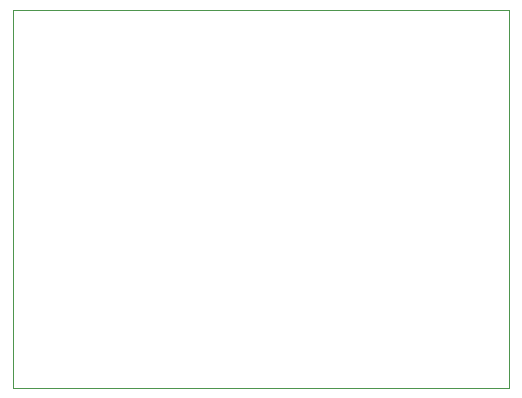
<source format=gko>
G04 #@! TF.FileFunction,Profile,NP*
%FSLAX46Y46*%
G04 Gerber Fmt 4.6, Leading zero omitted, Abs format (unit mm)*
G04 Created by KiCad (PCBNEW (after 2015-mar-04 BZR unknown)-product) date Sat 21 Nov 2015 03:19:33 PM EST*
%MOMM*%
G01*
G04 APERTURE LIST*
%ADD10C,0.150000*%
%ADD11C,0.100000*%
G04 APERTURE END LIST*
D10*
D11*
X187000000Y-78000000D02*
X145000000Y-78000000D01*
X187000000Y-110000000D02*
X187000000Y-78000000D01*
X145000000Y-110000000D02*
X187000000Y-110000000D01*
X145000000Y-78000000D02*
X145000000Y-110000000D01*
M02*

</source>
